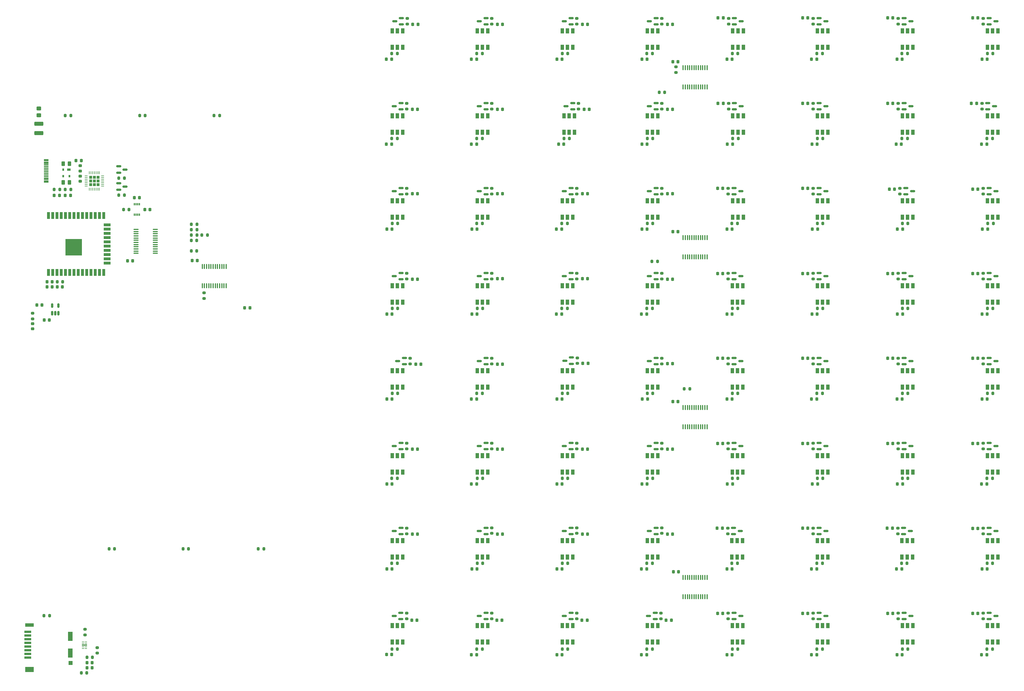
<source format=gbr>
%TF.GenerationSoftware,KiCad,Pcbnew,(6.0.4-0)*%
%TF.CreationDate,2022-10-22T12:34:03-04:00*%
%TF.ProjectId,chess-board-iot,63686573-732d-4626-9f61-72642d696f74,A*%
%TF.SameCoordinates,Original*%
%TF.FileFunction,Paste,Top*%
%TF.FilePolarity,Positive*%
%FSLAX46Y46*%
G04 Gerber Fmt 4.6, Leading zero omitted, Abs format (unit mm)*
G04 Created by KiCad (PCBNEW (6.0.4-0)) date 2022-10-22 12:34:03*
%MOMM*%
%LPD*%
G01*
G04 APERTURE LIST*
G04 Aperture macros list*
%AMRoundRect*
0 Rectangle with rounded corners*
0 $1 Rounding radius*
0 $2 $3 $4 $5 $6 $7 $8 $9 X,Y pos of 4 corners*
0 Add a 4 corners polygon primitive as box body*
4,1,4,$2,$3,$4,$5,$6,$7,$8,$9,$2,$3,0*
0 Add four circle primitives for the rounded corners*
1,1,$1+$1,$2,$3*
1,1,$1+$1,$4,$5*
1,1,$1+$1,$6,$7*
1,1,$1+$1,$8,$9*
0 Add four rect primitives between the rounded corners*
20,1,$1+$1,$2,$3,$4,$5,0*
20,1,$1+$1,$4,$5,$6,$7,0*
20,1,$1+$1,$6,$7,$8,$9,0*
20,1,$1+$1,$8,$9,$2,$3,0*%
G04 Aperture macros list end*
%ADD10R,2.000000X0.700000*%
%ADD11R,1.400000X2.700000*%
%ADD12R,2.600000X1.500000*%
%ADD13R,2.600000X1.000000*%
%ADD14R,1.200000X1.200000*%
%ADD15RoundRect,0.200000X-0.200000X-0.275000X0.200000X-0.275000X0.200000X0.275000X-0.200000X0.275000X0*%
%ADD16RoundRect,0.200000X0.200000X0.275000X-0.200000X0.275000X-0.200000X-0.275000X0.200000X-0.275000X0*%
%ADD17RoundRect,0.225000X-0.225000X-0.250000X0.225000X-0.250000X0.225000X0.250000X-0.225000X0.250000X0*%
%ADD18RoundRect,0.200000X0.275000X-0.200000X0.275000X0.200000X-0.275000X0.200000X-0.275000X-0.200000X0*%
%ADD19RoundRect,0.225000X0.225000X0.250000X-0.225000X0.250000X-0.225000X-0.250000X0.225000X-0.250000X0*%
%ADD20R,1.000000X1.500000*%
%ADD21RoundRect,0.150000X-0.587500X-0.150000X0.587500X-0.150000X0.587500X0.150000X-0.587500X0.150000X0*%
%ADD22RoundRect,0.150000X0.587500X0.150000X-0.587500X0.150000X-0.587500X-0.150000X0.587500X-0.150000X0*%
%ADD23RoundRect,0.200000X-0.275000X0.200000X-0.275000X-0.200000X0.275000X-0.200000X0.275000X0.200000X0*%
%ADD24R,1.000000X0.700000*%
%ADD25R,0.600000X0.700000*%
%ADD26RoundRect,0.100000X0.100000X-0.637500X0.100000X0.637500X-0.100000X0.637500X-0.100000X-0.637500X0*%
%ADD27R,0.300000X0.800000*%
%ADD28R,0.900000X2.000000*%
%ADD29R,2.000000X0.900000*%
%ADD30R,5.000000X5.000000*%
%ADD31RoundRect,0.050000X-0.287500X0.050000X-0.287500X-0.050000X0.287500X-0.050000X0.287500X0.050000X0*%
%ADD32RoundRect,0.100000X-0.675000X0.100000X-0.675000X-0.100000X0.675000X-0.100000X0.675000X0.100000X0*%
%ADD33RoundRect,0.100000X0.637500X0.100000X-0.637500X0.100000X-0.637500X-0.100000X0.637500X-0.100000X0*%
%ADD34RoundRect,0.250000X0.262500X0.450000X-0.262500X0.450000X-0.262500X-0.450000X0.262500X-0.450000X0*%
%ADD35RoundRect,0.225000X-0.225000X0.225000X-0.225000X-0.225000X0.225000X-0.225000X0.225000X0.225000X0*%
%ADD36RoundRect,0.062500X-0.062500X0.337500X-0.062500X-0.337500X0.062500X-0.337500X0.062500X0.337500X0*%
%ADD37RoundRect,0.062500X-0.337500X0.062500X-0.337500X-0.062500X0.337500X-0.062500X0.337500X0.062500X0*%
%ADD38RoundRect,0.250000X0.450000X-0.325000X0.450000X0.325000X-0.450000X0.325000X-0.450000X-0.325000X0*%
%ADD39RoundRect,0.225000X0.250000X-0.225000X0.250000X0.225000X-0.250000X0.225000X-0.250000X-0.225000X0*%
%ADD40RoundRect,0.150000X0.150000X-0.512500X0.150000X0.512500X-0.150000X0.512500X-0.150000X-0.512500X0*%
%ADD41RoundRect,0.218750X0.256250X-0.218750X0.256250X0.218750X-0.256250X0.218750X-0.256250X-0.218750X0*%
%ADD42R,1.400000X0.300000*%
%ADD43RoundRect,0.218750X0.218750X0.256250X-0.218750X0.256250X-0.218750X-0.256250X0.218750X-0.256250X0*%
%ADD44RoundRect,0.218750X-0.218750X-0.256250X0.218750X-0.256250X0.218750X0.256250X-0.218750X0.256250X0*%
%ADD45RoundRect,0.225000X-0.250000X0.225000X-0.250000X-0.225000X0.250000X-0.225000X0.250000X0.225000X0*%
%ADD46RoundRect,0.250000X1.075000X-0.375000X1.075000X0.375000X-1.075000X0.375000X-1.075000X-0.375000X0*%
G04 APERTURE END LIST*
D10*
%TO.C,J103*%
X52500000Y-230650000D03*
X52500000Y-229550000D03*
X52500000Y-228450000D03*
X52500000Y-227350000D03*
X52500000Y-226250000D03*
X52500000Y-225150000D03*
X52500000Y-224050000D03*
X52500000Y-222950000D03*
D11*
X65200000Y-229250000D03*
D12*
X53000000Y-234200000D03*
D13*
X53000000Y-220850000D03*
D11*
X65200000Y-224300000D03*
D14*
X65300000Y-232250000D03*
%TD*%
D15*
%TO.C,R120*%
X70165200Y-235214400D03*
X68515200Y-235214400D03*
%TD*%
D16*
%TO.C,R119*%
X57373200Y-218060000D03*
X59023200Y-218060000D03*
%TD*%
D17*
%TO.C,C112*%
X71766200Y-233665000D03*
X70216200Y-233665000D03*
%TD*%
%TO.C,C110*%
X71766200Y-232141000D03*
X70216200Y-232141000D03*
%TD*%
D18*
%TO.C,R441*%
X165748580Y-92011000D03*
X165748580Y-90361000D03*
%TD*%
D19*
%TO.C,C237*%
X262916580Y-127889000D03*
X261366580Y-127889000D03*
%TD*%
D16*
%TO.C,R258*%
X162890580Y-50038000D03*
X161240580Y-50038000D03*
%TD*%
D17*
%TO.C,C411*%
X218186580Y-193675000D03*
X219736580Y-193675000D03*
%TD*%
%TO.C,C102*%
X57391000Y-129667000D03*
X58941000Y-129667000D03*
%TD*%
%TO.C,C403*%
X218059580Y-219456000D03*
X219609580Y-219456000D03*
%TD*%
D20*
%TO.C,D231*%
X313754580Y-149770000D03*
X315354580Y-149770000D03*
X316954580Y-149770000D03*
X316954580Y-144870000D03*
X315354580Y-144870000D03*
X313754580Y-144870000D03*
%TD*%
%TO.C,D222*%
X288354580Y-175170000D03*
X289954580Y-175170000D03*
X291554580Y-175170000D03*
X291554580Y-170270000D03*
X289954580Y-170270000D03*
X288354580Y-170270000D03*
%TD*%
D16*
%TO.C,R210*%
X188417580Y-202438000D03*
X186767580Y-202438000D03*
%TD*%
D17*
%TO.C,C441*%
X167386580Y-91948000D03*
X168936580Y-91948000D03*
%TD*%
D19*
%TO.C,C264*%
X339116580Y-51689000D03*
X337566580Y-51689000D03*
%TD*%
D16*
%TO.C,R112*%
X103025000Y-102700000D03*
X101375000Y-102700000D03*
%TD*%
D20*
%TO.C,D221*%
X262954580Y-175170000D03*
X264554580Y-175170000D03*
X266154580Y-175170000D03*
X266154580Y-170270000D03*
X264554580Y-170270000D03*
X262954580Y-170270000D03*
%TD*%
D21*
%TO.C,U442*%
X189417080Y-90236000D03*
X189417080Y-92136000D03*
D22*
X187417080Y-91186000D03*
%TD*%
%TO.C,U464*%
X339692080Y-41336000D03*
X339692080Y-39436000D03*
D21*
X341692080Y-40386000D03*
%TD*%
D20*
%TO.C,D236*%
X237554580Y-124370000D03*
X239154580Y-124370000D03*
X240754580Y-124370000D03*
X240754580Y-119470000D03*
X239154580Y-119470000D03*
X237554580Y-119470000D03*
%TD*%
D19*
%TO.C,C202*%
X186589580Y-229743000D03*
X185039580Y-229743000D03*
%TD*%
D21*
%TO.C,U457*%
X164144080Y-39436000D03*
X164144080Y-41336000D03*
D22*
X162144080Y-40386000D03*
%TD*%
D19*
%TO.C,C217*%
X161316580Y-178689000D03*
X159766580Y-178689000D03*
%TD*%
D16*
%TO.C,R240*%
X315417580Y-126238000D03*
X313767580Y-126238000D03*
%TD*%
D23*
%TO.C,R463*%
X312560580Y-39561000D03*
X312560580Y-41211000D03*
%TD*%
D24*
%TO.C,U103*%
X64800000Y-84700000D03*
D25*
X63100000Y-84700000D03*
X63100000Y-86700000D03*
X65000000Y-86700000D03*
%TD*%
D23*
%TO.C,R456*%
X337579580Y-64961000D03*
X337579580Y-66611000D03*
%TD*%
D20*
%TO.C,D264*%
X339154580Y-48170000D03*
X340754580Y-48170000D03*
X342354580Y-48170000D03*
X342354580Y-43270000D03*
X340754580Y-43270000D03*
X339154580Y-43270000D03*
%TD*%
D26*
%TO.C,U303*%
X248279580Y-110812500D03*
X248929580Y-110812500D03*
X249579580Y-110812500D03*
X250229580Y-110812500D03*
X250879580Y-110812500D03*
X251529580Y-110812500D03*
X252179580Y-110812500D03*
X252829580Y-110812500D03*
X253479580Y-110812500D03*
X254129580Y-110812500D03*
X254779580Y-110812500D03*
X255429580Y-110812500D03*
X255429580Y-105087500D03*
X254779580Y-105087500D03*
X254129580Y-105087500D03*
X253479580Y-105087500D03*
X252829580Y-105087500D03*
X252179580Y-105087500D03*
X251529580Y-105087500D03*
X250879580Y-105087500D03*
X250229580Y-105087500D03*
X249579580Y-105087500D03*
X248929580Y-105087500D03*
X248279580Y-105087500D03*
%TD*%
D21*
%TO.C,U404*%
X239963080Y-217236000D03*
X239963080Y-219136000D03*
D22*
X237963080Y-218186000D03*
%TD*%
D20*
%TO.C,D209*%
X161354580Y-200570000D03*
X162954580Y-200570000D03*
X164554580Y-200570000D03*
X164554580Y-195670000D03*
X162954580Y-195670000D03*
X161354580Y-195670000D03*
%TD*%
D19*
%TO.C,C260*%
X237516580Y-51689000D03*
X235966580Y-51689000D03*
%TD*%
%TO.C,C445*%
X260122580Y-90297000D03*
X258572580Y-90297000D03*
%TD*%
D22*
%TO.C,U406*%
X288892080Y-219136000D03*
X288892080Y-217236000D03*
D21*
X290892080Y-218186000D03*
%TD*%
D20*
%TO.C,D243*%
X212154580Y-98970000D03*
X213754580Y-98970000D03*
X215354580Y-98970000D03*
X215354580Y-94070000D03*
X213754580Y-94070000D03*
X212154580Y-94070000D03*
%TD*%
D17*
%TO.C,C449*%
X167386580Y-66675000D03*
X168936580Y-66675000D03*
%TD*%
D19*
%TO.C,C259*%
X212116580Y-51689000D03*
X210566580Y-51689000D03*
%TD*%
D21*
%TO.C,U409*%
X164017080Y-191836000D03*
X164017080Y-193736000D03*
D22*
X162017080Y-192786000D03*
%TD*%
D16*
%TO.C,R204*%
X239090580Y-228092000D03*
X237440580Y-228092000D03*
%TD*%
D19*
%TO.C,C431*%
X310922580Y-141097000D03*
X309372580Y-141097000D03*
%TD*%
%TO.C,C233*%
X161316580Y-127889000D03*
X159766580Y-127889000D03*
%TD*%
D16*
%TO.C,R211*%
X213817580Y-202438000D03*
X212167580Y-202438000D03*
%TD*%
%TO.C,R251*%
X188290580Y-75438000D03*
X186640580Y-75438000D03*
%TD*%
%TO.C,R263*%
X289890580Y-50038000D03*
X288240580Y-50038000D03*
%TD*%
D19*
%TO.C,C461*%
X260249580Y-39370000D03*
X258699580Y-39370000D03*
%TD*%
D16*
%TO.C,R249*%
X340944580Y-100838000D03*
X339294580Y-100838000D03*
%TD*%
D19*
%TO.C,C406*%
X285522580Y-217424000D03*
X283972580Y-217424000D03*
%TD*%
D17*
%TO.C,C442*%
X192786580Y-91948000D03*
X194336580Y-91948000D03*
%TD*%
D19*
%TO.C,C255*%
X313462580Y-77089000D03*
X311912580Y-77089000D03*
%TD*%
D16*
%TO.C,R255*%
X290017580Y-75438000D03*
X288367580Y-75438000D03*
%TD*%
D27*
%TO.C,U201*%
X85840000Y-95097000D03*
X85340000Y-95097000D03*
X84840000Y-95097000D03*
X84340000Y-95097000D03*
X84340000Y-98197000D03*
X84840000Y-98197000D03*
X85340000Y-98197000D03*
X85840000Y-98197000D03*
%TD*%
D22*
%TO.C,U407*%
X314292080Y-219136000D03*
X314292080Y-217236000D03*
D21*
X316292080Y-218186000D03*
%TD*%
D23*
%TO.C,R413*%
X261633580Y-191961000D03*
X261633580Y-193611000D03*
%TD*%
D20*
%TO.C,D248*%
X339154580Y-98970000D03*
X340754580Y-98970000D03*
X342354580Y-98970000D03*
X342354580Y-94070000D03*
X340754580Y-94070000D03*
X339154580Y-94070000D03*
%TD*%
D19*
%TO.C,C243*%
X211989580Y-102489000D03*
X210439580Y-102489000D03*
%TD*%
D23*
%TO.C,R117*%
X73288200Y-229265000D03*
X73288200Y-227615000D03*
%TD*%
D20*
%TO.C,D251*%
X212662580Y-73570000D03*
X214262580Y-73570000D03*
X215862580Y-73570000D03*
X215862580Y-68670000D03*
X214262580Y-68670000D03*
X212662580Y-68670000D03*
%TD*%
D22*
%TO.C,U424*%
X339692080Y-168336000D03*
X339692080Y-166436000D03*
D21*
X341692080Y-167386000D03*
%TD*%
D20*
%TO.C,D260*%
X237554580Y-48170000D03*
X239154580Y-48170000D03*
X240754580Y-48170000D03*
X240754580Y-43270000D03*
X239154580Y-43270000D03*
X237554580Y-43270000D03*
%TD*%
D19*
%TO.C,C242*%
X186716580Y-102489000D03*
X185166580Y-102489000D03*
%TD*%
D17*
%TO.C,C450*%
X192786580Y-66675000D03*
X194336580Y-66675000D03*
%TD*%
D23*
%TO.C,R439*%
X312560580Y-115761000D03*
X312560580Y-117411000D03*
%TD*%
D18*
%TO.C,R433*%
X165748580Y-117411000D03*
X165748580Y-115761000D03*
%TD*%
D15*
%TO.C,R305*%
X76772000Y-198120000D03*
X78422000Y-198120000D03*
%TD*%
D16*
%TO.C,R219*%
X188417580Y-177038000D03*
X186767580Y-177038000D03*
%TD*%
D28*
%TO.C,U102*%
X58717000Y-115450000D03*
X59987000Y-115450000D03*
X61257000Y-115450000D03*
X62527000Y-115450000D03*
X63797000Y-115450000D03*
X65067000Y-115450000D03*
X66337000Y-115450000D03*
X67607000Y-115450000D03*
X68877000Y-115450000D03*
X70147000Y-115450000D03*
X71417000Y-115450000D03*
X72687000Y-115450000D03*
X73957000Y-115450000D03*
X75227000Y-115450000D03*
D29*
X76227000Y-112665000D03*
X76227000Y-111395000D03*
X76227000Y-110125000D03*
X76227000Y-108855000D03*
X76227000Y-107585000D03*
X76227000Y-106315000D03*
X76227000Y-105045000D03*
X76227000Y-103775000D03*
X76227000Y-102505000D03*
X76227000Y-101235000D03*
D28*
X75227000Y-98450000D03*
X73957000Y-98450000D03*
X72687000Y-98450000D03*
X71417000Y-98450000D03*
X70147000Y-98450000D03*
X68877000Y-98450000D03*
X67607000Y-98450000D03*
X66337000Y-98450000D03*
X65067000Y-98450000D03*
X63797000Y-98450000D03*
X62527000Y-98450000D03*
X61257000Y-98450000D03*
X59987000Y-98450000D03*
X58717000Y-98450000D03*
D30*
X66217000Y-107950000D03*
%TD*%
D20*
%TO.C,D213*%
X262827580Y-200570000D03*
X264427580Y-200570000D03*
X266027580Y-200570000D03*
X266027580Y-195670000D03*
X264427580Y-195670000D03*
X262827580Y-195670000D03*
%TD*%
D19*
%TO.C,C265*%
X85865000Y-93091000D03*
X84315000Y-93091000D03*
%TD*%
D22*
%TO.C,U445*%
X263492080Y-92136000D03*
X263492080Y-90236000D03*
D21*
X265492080Y-91186000D03*
%TD*%
%TO.C,U435*%
X214817080Y-115636000D03*
X214817080Y-117536000D03*
D22*
X212817080Y-116586000D03*
%TD*%
D23*
%TO.C,R416*%
X337960580Y-191961000D03*
X337960580Y-193611000D03*
%TD*%
D31*
%TO.C,D101*%
X69904700Y-225934000D03*
X69029700Y-225934000D03*
X69029700Y-226434000D03*
X69904700Y-226434000D03*
D32*
X69467200Y-226934000D03*
D31*
X69029700Y-227434000D03*
X69904700Y-227434000D03*
X69029700Y-227934000D03*
X69904700Y-227934000D03*
%TD*%
D19*
%TO.C,C462*%
X285522580Y-39370000D03*
X283972580Y-39370000D03*
%TD*%
D18*
%TO.C,R425*%
X166764580Y-142811000D03*
X166764580Y-141161000D03*
%TD*%
D22*
%TO.C,U437*%
X263492080Y-117536000D03*
X263492080Y-115636000D03*
D21*
X265492080Y-116586000D03*
%TD*%
%TO.C,U450*%
X189417080Y-64836000D03*
X189417080Y-66736000D03*
D22*
X187417080Y-65786000D03*
%TD*%
D19*
%TO.C,C215*%
X313589580Y-204089000D03*
X312039580Y-204089000D03*
%TD*%
D18*
%TO.C,R449*%
X165748580Y-66611000D03*
X165748580Y-64961000D03*
%TD*%
D19*
%TO.C,C245*%
X262916580Y-102489000D03*
X261366580Y-102489000D03*
%TD*%
%TO.C,C261*%
X262916580Y-51689000D03*
X261366580Y-51689000D03*
%TD*%
D18*
%TO.C,R450*%
X191148580Y-66611000D03*
X191148580Y-64961000D03*
%TD*%
D20*
%TO.C,D204*%
X237554580Y-225970000D03*
X239154580Y-225970000D03*
X240754580Y-225970000D03*
X240754580Y-221070000D03*
X239154580Y-221070000D03*
X237554580Y-221070000D03*
%TD*%
D16*
%TO.C,R208*%
X340690580Y-228092000D03*
X339040580Y-228092000D03*
%TD*%
D19*
%TO.C,C213*%
X262916580Y-204089000D03*
X261366580Y-204089000D03*
%TD*%
D21*
%TO.C,U417*%
X164017080Y-166436000D03*
X164017080Y-168336000D03*
D22*
X162017080Y-167386000D03*
%TD*%
D16*
%TO.C,R201*%
X162941380Y-228066600D03*
X161291380Y-228066600D03*
%TD*%
D15*
%TO.C,R303*%
X241123580Y-61595000D03*
X242773580Y-61595000D03*
%TD*%
D16*
%TO.C,R206*%
X289890580Y-228092000D03*
X288240580Y-228092000D03*
%TD*%
D21*
%TO.C,U459*%
X214817080Y-39436000D03*
X214817080Y-41336000D03*
D22*
X212817080Y-40386000D03*
%TD*%
D16*
%TO.C,R236*%
X213690580Y-126238000D03*
X212040580Y-126238000D03*
%TD*%
D23*
%TO.C,R453*%
X261887580Y-64961000D03*
X261887580Y-66611000D03*
%TD*%
D16*
%TO.C,R108*%
X102975000Y-105900000D03*
X101325000Y-105900000D03*
%TD*%
%TO.C,R265*%
X340817580Y-50038000D03*
X339167580Y-50038000D03*
%TD*%
%TO.C,R254*%
X264744580Y-75438000D03*
X263094580Y-75438000D03*
%TD*%
D17*
%TO.C,C459*%
X218186580Y-41275000D03*
X219736580Y-41275000D03*
%TD*%
D22*
%TO.C,U447*%
X314800080Y-92136000D03*
X314800080Y-90236000D03*
D21*
X316800080Y-91186000D03*
%TD*%
D20*
%TO.C,D245*%
X263081580Y-98970000D03*
X264681580Y-98970000D03*
X266281580Y-98970000D03*
X266281580Y-94070000D03*
X264681580Y-94070000D03*
X263081580Y-94070000D03*
%TD*%
%TO.C,D261*%
X263081580Y-48170000D03*
X264681580Y-48170000D03*
X266281580Y-48170000D03*
X266281580Y-43270000D03*
X264681580Y-43270000D03*
X263081580Y-43270000D03*
%TD*%
%TO.C,D253*%
X263081580Y-73570000D03*
X264681580Y-73570000D03*
X266281580Y-73570000D03*
X266281580Y-68670000D03*
X264681580Y-68670000D03*
X263081580Y-68670000D03*
%TD*%
D22*
%TO.C,U461*%
X263619080Y-41336000D03*
X263619080Y-39436000D03*
D21*
X265619080Y-40386000D03*
%TD*%
D20*
%TO.C,D239*%
X313754580Y-124370000D03*
X315354580Y-124370000D03*
X316954580Y-124370000D03*
X316954580Y-119470000D03*
X315354580Y-119470000D03*
X313754580Y-119470000D03*
%TD*%
D23*
%TO.C,R424*%
X337960580Y-166561000D03*
X337960580Y-168211000D03*
%TD*%
D18*
%TO.C,R315*%
X105156000Y-123253000D03*
X105156000Y-121603000D03*
%TD*%
D20*
%TO.C,D230*%
X288354580Y-149770000D03*
X289954580Y-149770000D03*
X291554580Y-149770000D03*
X291554580Y-144870000D03*
X289954580Y-144870000D03*
X288354580Y-144870000D03*
%TD*%
D16*
%TO.C,R264*%
X315290580Y-50038000D03*
X313640580Y-50038000D03*
%TD*%
D33*
%TO.C,U104*%
X90619500Y-109747000D03*
X90619500Y-109097000D03*
X90619500Y-108447000D03*
X90619500Y-107797000D03*
X90619500Y-107147000D03*
X90619500Y-106497000D03*
X90619500Y-105847000D03*
X90619500Y-105197000D03*
X90619500Y-104547000D03*
X90619500Y-103897000D03*
X90619500Y-103247000D03*
X90619500Y-102597000D03*
X84894500Y-102597000D03*
X84894500Y-103247000D03*
X84894500Y-103897000D03*
X84894500Y-104547000D03*
X84894500Y-105197000D03*
X84894500Y-105847000D03*
X84894500Y-106497000D03*
X84894500Y-107147000D03*
X84894500Y-107797000D03*
X84894500Y-108447000D03*
X84894500Y-109097000D03*
X84894500Y-109747000D03*
%TD*%
D19*
%TO.C,C201*%
X161240380Y-229717600D03*
X159690380Y-229717600D03*
%TD*%
%TO.C,C207*%
X313716580Y-229743000D03*
X312166580Y-229743000D03*
%TD*%
%TO.C,C262*%
X288189580Y-51689000D03*
X286639580Y-51689000D03*
%TD*%
%TO.C,C439*%
X310922580Y-115824000D03*
X309372580Y-115824000D03*
%TD*%
D16*
%TO.C,R101*%
X62928000Y-118237000D03*
X61278000Y-118237000D03*
%TD*%
D17*
%TO.C,C444*%
X243586580Y-91948000D03*
X245136580Y-91948000D03*
%TD*%
D19*
%TO.C,C234*%
X186716580Y-127889000D03*
X185166580Y-127889000D03*
%TD*%
%TO.C,C246*%
X288443580Y-102489000D03*
X286893580Y-102489000D03*
%TD*%
D18*
%TO.C,R457*%
X165875580Y-41211000D03*
X165875580Y-39561000D03*
%TD*%
D19*
%TO.C,C219*%
X212116580Y-178689000D03*
X210566580Y-178689000D03*
%TD*%
D16*
%TO.C,R242*%
X163017580Y-100838000D03*
X161367580Y-100838000D03*
%TD*%
%TO.C,R314*%
X65341000Y-68580000D03*
X63691000Y-68580000D03*
%TD*%
D34*
%TO.C,R102*%
X64920500Y-82981800D03*
X63095500Y-82981800D03*
%TD*%
D16*
%TO.C,R205*%
X264617580Y-228092000D03*
X262967580Y-228092000D03*
%TD*%
D21*
%TO.C,U444*%
X240217080Y-90236000D03*
X240217080Y-92136000D03*
D22*
X238217080Y-91186000D03*
%TD*%
D35*
%TO.C,U105*%
X71270000Y-87018000D03*
X72390000Y-89258000D03*
X71270000Y-88138000D03*
X72390000Y-88138000D03*
X71270000Y-89258000D03*
X73510000Y-89258000D03*
X72390000Y-87018000D03*
X73510000Y-87018000D03*
X73510000Y-88138000D03*
D36*
X73890000Y-85688000D03*
X73390000Y-85688000D03*
X72890000Y-85688000D03*
X72390000Y-85688000D03*
X71890000Y-85688000D03*
X71390000Y-85688000D03*
X70890000Y-85688000D03*
D37*
X69940000Y-86638000D03*
X69940000Y-87138000D03*
X69940000Y-87638000D03*
X69940000Y-88138000D03*
X69940000Y-88638000D03*
X69940000Y-89138000D03*
X69940000Y-89638000D03*
D36*
X70890000Y-90588000D03*
X71390000Y-90588000D03*
X71890000Y-90588000D03*
X72390000Y-90588000D03*
X72890000Y-90588000D03*
X73390000Y-90588000D03*
X73890000Y-90588000D03*
D37*
X74840000Y-89638000D03*
X74840000Y-89138000D03*
X74840000Y-88638000D03*
X74840000Y-88138000D03*
X74840000Y-87638000D03*
X74840000Y-87138000D03*
X74840000Y-86638000D03*
%TD*%
D22*
%TO.C,U422*%
X288892080Y-168336000D03*
X288892080Y-166436000D03*
D21*
X290892080Y-167386000D03*
%TD*%
D19*
%TO.C,C236*%
X237389580Y-127889000D03*
X235839580Y-127889000D03*
%TD*%
%TO.C,C222*%
X288443580Y-178689000D03*
X286893580Y-178689000D03*
%TD*%
%TO.C,C227*%
X212116580Y-153289000D03*
X210566580Y-153289000D03*
%TD*%
D21*
%TO.C,U418*%
X189417080Y-166436000D03*
X189417080Y-168336000D03*
D22*
X187417080Y-167386000D03*
%TD*%
D19*
%TO.C,C446*%
X285522580Y-90297000D03*
X283972580Y-90297000D03*
%TD*%
D18*
%TO.C,R436*%
X241948580Y-117411000D03*
X241948580Y-115761000D03*
%TD*%
D38*
%TO.C,L101*%
X55825400Y-68497400D03*
X55825400Y-66447400D03*
%TD*%
D18*
%TO.C,R426*%
X191148580Y-142811000D03*
X191148580Y-141161000D03*
%TD*%
D17*
%TO.C,C410*%
X192786580Y-193675000D03*
X194336580Y-193675000D03*
%TD*%
D20*
%TO.C,D211*%
X212154580Y-200570000D03*
X213754580Y-200570000D03*
X215354580Y-200570000D03*
X215354580Y-195670000D03*
X213754580Y-195670000D03*
X212154580Y-195670000D03*
%TD*%
D16*
%TO.C,R243*%
X188290580Y-100838000D03*
X186640580Y-100838000D03*
%TD*%
%TO.C,R223*%
X290017580Y-177038000D03*
X288367580Y-177038000D03*
%TD*%
D15*
%TO.C,R302*%
X238964580Y-112141000D03*
X240614580Y-112141000D03*
%TD*%
D22*
%TO.C,U423*%
X314292080Y-168336000D03*
X314292080Y-166436000D03*
D21*
X316292080Y-167386000D03*
%TD*%
D16*
%TO.C,R202*%
X188290580Y-228092000D03*
X186640580Y-228092000D03*
%TD*%
%TO.C,R241*%
X340817580Y-126238000D03*
X339167580Y-126238000D03*
%TD*%
D22*
%TO.C,U454*%
X288892080Y-66736000D03*
X288892080Y-64836000D03*
D21*
X290892080Y-65786000D03*
%TD*%
D20*
%TO.C,D208*%
X339154580Y-225970000D03*
X340754580Y-225970000D03*
X342354580Y-225970000D03*
X342354580Y-221070000D03*
X340754580Y-221070000D03*
X339154580Y-221070000D03*
%TD*%
D19*
%TO.C,C301*%
X246901000Y-204978000D03*
X245351000Y-204978000D03*
%TD*%
D18*
%TO.C,R435*%
X216548580Y-117411000D03*
X216548580Y-115761000D03*
%TD*%
D20*
%TO.C,D262*%
X288354580Y-48170000D03*
X289954580Y-48170000D03*
X291554580Y-48170000D03*
X291554580Y-43270000D03*
X289954580Y-43270000D03*
X288354580Y-43270000D03*
%TD*%
D26*
%TO.C,U301*%
X248279580Y-212412500D03*
X248929580Y-212412500D03*
X249579580Y-212412500D03*
X250229580Y-212412500D03*
X250879580Y-212412500D03*
X251529580Y-212412500D03*
X252179580Y-212412500D03*
X252829580Y-212412500D03*
X253479580Y-212412500D03*
X254129580Y-212412500D03*
X254779580Y-212412500D03*
X255429580Y-212412500D03*
X255429580Y-206687500D03*
X254779580Y-206687500D03*
X254129580Y-206687500D03*
X253479580Y-206687500D03*
X252829580Y-206687500D03*
X252179580Y-206687500D03*
X251529580Y-206687500D03*
X250879580Y-206687500D03*
X250229580Y-206687500D03*
X249579580Y-206687500D03*
X248929580Y-206687500D03*
X248279580Y-206687500D03*
%TD*%
D20*
%TO.C,D218*%
X186754580Y-175170000D03*
X188354580Y-175170000D03*
X189954580Y-175170000D03*
X189954580Y-170270000D03*
X188354580Y-170270000D03*
X186754580Y-170270000D03*
%TD*%
D39*
%TO.C,C104*%
X68200000Y-85125000D03*
X68200000Y-83575000D03*
%TD*%
D17*
%TO.C,C401*%
X167196580Y-219456000D03*
X168746580Y-219456000D03*
%TD*%
D20*
%TO.C,D225*%
X161354580Y-149770000D03*
X162954580Y-149770000D03*
X164554580Y-149770000D03*
X164554580Y-144870000D03*
X162954580Y-144870000D03*
X161354580Y-144870000D03*
%TD*%
D19*
%TO.C,C413*%
X259995580Y-191897000D03*
X258445580Y-191897000D03*
%TD*%
D20*
%TO.C,D233*%
X161354580Y-124370000D03*
X162954580Y-124370000D03*
X164554580Y-124370000D03*
X164554580Y-119470000D03*
X162954580Y-119470000D03*
X161354580Y-119470000D03*
%TD*%
D19*
%TO.C,C216*%
X339116580Y-204089000D03*
X337566580Y-204089000D03*
%TD*%
D16*
%TO.C,R217*%
X340754580Y-202438000D03*
X339104580Y-202438000D03*
%TD*%
D20*
%TO.C,D238*%
X288354580Y-124370000D03*
X289954580Y-124370000D03*
X291554580Y-124370000D03*
X291554580Y-119470000D03*
X289954580Y-119470000D03*
X288354580Y-119470000D03*
%TD*%
D21*
%TO.C,U412*%
X240217080Y-191836000D03*
X240217080Y-193736000D03*
D22*
X238217080Y-192786000D03*
%TD*%
%TO.C,U408*%
X339692080Y-219136000D03*
X339692080Y-217236000D03*
D21*
X341692080Y-218186000D03*
%TD*%
D16*
%TO.C,R313*%
X87566000Y-68580000D03*
X85916000Y-68580000D03*
%TD*%
D26*
%TO.C,U302*%
X248279580Y-161612500D03*
X248929580Y-161612500D03*
X249579580Y-161612500D03*
X250229580Y-161612500D03*
X250879580Y-161612500D03*
X251529580Y-161612500D03*
X252179580Y-161612500D03*
X252829580Y-161612500D03*
X253479580Y-161612500D03*
X254129580Y-161612500D03*
X254779580Y-161612500D03*
X255429580Y-161612500D03*
X255429580Y-155887500D03*
X254779580Y-155887500D03*
X254129580Y-155887500D03*
X253479580Y-155887500D03*
X252829580Y-155887500D03*
X252179580Y-155887500D03*
X251529580Y-155887500D03*
X250879580Y-155887500D03*
X250229580Y-155887500D03*
X249579580Y-155887500D03*
X248929580Y-155887500D03*
X248279580Y-155887500D03*
%TD*%
D21*
%TO.C,U403*%
X214817080Y-217236000D03*
X214817080Y-219136000D03*
D22*
X212817080Y-218186000D03*
%TD*%
D17*
%TO.C,C460*%
X243586580Y-41275000D03*
X245136580Y-41275000D03*
%TD*%
D16*
%TO.C,R246*%
X264490580Y-100838000D03*
X262840580Y-100838000D03*
%TD*%
%TO.C,R247*%
X290017580Y-100838000D03*
X288367580Y-100838000D03*
%TD*%
D22*
%TO.C,U440*%
X339692080Y-117536000D03*
X339692080Y-115636000D03*
D21*
X341692080Y-116586000D03*
%TD*%
D19*
%TO.C,C414*%
X285522580Y-191897000D03*
X283972580Y-191897000D03*
%TD*%
%TO.C,C240*%
X339116580Y-127889000D03*
X337566580Y-127889000D03*
%TD*%
%TO.C,C103*%
X56782000Y-125222000D03*
X55232000Y-125222000D03*
%TD*%
%TO.C,C241*%
X161316580Y-102489000D03*
X159766580Y-102489000D03*
%TD*%
%TO.C,C210*%
X186716580Y-204089000D03*
X185166580Y-204089000D03*
%TD*%
D16*
%TO.C,R256*%
X315290580Y-75438000D03*
X313640580Y-75438000D03*
%TD*%
%TO.C,R214*%
X264490580Y-202438000D03*
X262840580Y-202438000D03*
%TD*%
D23*
%TO.C,R304*%
X246139580Y-54039000D03*
X246139580Y-55689000D03*
%TD*%
D17*
%TO.C,C418*%
X192773580Y-168275000D03*
X194323580Y-168275000D03*
%TD*%
D19*
%TO.C,C247*%
X313843580Y-102489000D03*
X312293580Y-102489000D03*
%TD*%
D18*
%TO.C,R401*%
X165685580Y-219011000D03*
X165685580Y-217361000D03*
%TD*%
D22*
%TO.C,U462*%
X288892080Y-41336000D03*
X288892080Y-39436000D03*
D21*
X290892080Y-40386000D03*
%TD*%
D19*
%TO.C,C454*%
X285522580Y-64897000D03*
X283972580Y-64897000D03*
%TD*%
D16*
%TO.C,R220*%
X213817580Y-177038000D03*
X212167580Y-177038000D03*
%TD*%
D19*
%TO.C,C422*%
X285522580Y-166624000D03*
X283972580Y-166624000D03*
%TD*%
D20*
%TO.C,D246*%
X288354580Y-98970000D03*
X289954580Y-98970000D03*
X291554580Y-98970000D03*
X291554580Y-94070000D03*
X289954580Y-94070000D03*
X288354580Y-94070000D03*
%TD*%
D15*
%TO.C,R307*%
X98870000Y-198120000D03*
X100520000Y-198120000D03*
%TD*%
D18*
%TO.C,R404*%
X241694580Y-219011000D03*
X241694580Y-217361000D03*
%TD*%
D20*
%TO.C,D223*%
X313754580Y-175170000D03*
X315354580Y-175170000D03*
X316954580Y-175170000D03*
X316954580Y-170270000D03*
X315354580Y-170270000D03*
X313754580Y-170270000D03*
%TD*%
%TO.C,D241*%
X161354580Y-98970000D03*
X162954580Y-98970000D03*
X164554580Y-98970000D03*
X164554580Y-94070000D03*
X162954580Y-94070000D03*
X161354580Y-94070000D03*
%TD*%
D22*
%TO.C,U432*%
X339692080Y-142936000D03*
X339692080Y-141036000D03*
D21*
X341692080Y-141986000D03*
%TD*%
D40*
%TO.C,U101*%
X59756000Y-127629500D03*
X60706000Y-127629500D03*
X61656000Y-127629500D03*
X61656000Y-125354500D03*
X59756000Y-125354500D03*
%TD*%
D18*
%TO.C,R417*%
X165748580Y-168211000D03*
X165748580Y-166561000D03*
%TD*%
D23*
%TO.C,R406*%
X287160580Y-217361000D03*
X287160580Y-219011000D03*
%TD*%
D19*
%TO.C,C254*%
X288316580Y-77089000D03*
X286766580Y-77089000D03*
%TD*%
D20*
%TO.C,D250*%
X186754580Y-73570000D03*
X188354580Y-73570000D03*
X189954580Y-73570000D03*
X189954580Y-68670000D03*
X188354580Y-68670000D03*
X186754580Y-68670000D03*
%TD*%
D19*
%TO.C,C212*%
X237389580Y-204089000D03*
X235839580Y-204089000D03*
%TD*%
D18*
%TO.C,R444*%
X241948580Y-92011000D03*
X241948580Y-90361000D03*
%TD*%
D20*
%TO.C,D247*%
X313754580Y-98970000D03*
X315354580Y-98970000D03*
X316954580Y-98970000D03*
X316954580Y-94070000D03*
X315354580Y-94070000D03*
X313754580Y-94070000D03*
%TD*%
D16*
%TO.C,R250*%
X162890580Y-75438000D03*
X161240580Y-75438000D03*
%TD*%
D15*
%TO.C,R104*%
X104525000Y-104300000D03*
X106175000Y-104300000D03*
%TD*%
D16*
%TO.C,R233*%
X340817580Y-151638000D03*
X339167580Y-151638000D03*
%TD*%
D19*
%TO.C,C206*%
X288189580Y-229743000D03*
X286639580Y-229743000D03*
%TD*%
D22*
%TO.C,U431*%
X314292080Y-142936000D03*
X314292080Y-141036000D03*
D21*
X316292080Y-141986000D03*
%TD*%
D19*
%TO.C,C251*%
X212624580Y-77089000D03*
X211074580Y-77089000D03*
%TD*%
D22*
%TO.C,U456*%
X339311080Y-66736000D03*
X339311080Y-64836000D03*
D21*
X341311080Y-65786000D03*
%TD*%
D20*
%TO.C,D240*%
X339154580Y-124370000D03*
X340754580Y-124370000D03*
X342354580Y-124370000D03*
X342354580Y-119470000D03*
X340754580Y-119470000D03*
X339154580Y-119470000D03*
%TD*%
D19*
%TO.C,C429*%
X260122580Y-141097000D03*
X258572580Y-141097000D03*
%TD*%
D20*
%TO.C,D207*%
X313754580Y-225970000D03*
X315354580Y-225970000D03*
X316954580Y-225970000D03*
X316954580Y-221070000D03*
X315354580Y-221070000D03*
X313754580Y-221070000D03*
%TD*%
D21*
%TO.C,U426*%
X189417080Y-141036000D03*
X189417080Y-142936000D03*
D22*
X187417080Y-141986000D03*
%TD*%
D18*
%TO.C,R420*%
X241948580Y-168211000D03*
X241948580Y-166561000D03*
%TD*%
D16*
%TO.C,R234*%
X163017580Y-126238000D03*
X161367580Y-126238000D03*
%TD*%
D19*
%TO.C,C257*%
X161189580Y-51689000D03*
X159639580Y-51689000D03*
%TD*%
D23*
%TO.C,R454*%
X287160580Y-64961000D03*
X287160580Y-66611000D03*
%TD*%
D21*
%TO.C,Q101*%
X79707500Y-88839000D03*
X79707500Y-90739000D03*
X81582500Y-89789000D03*
%TD*%
D19*
%TO.C,C107*%
X59830000Y-119761000D03*
X58280000Y-119761000D03*
%TD*%
D17*
%TO.C,C409*%
X167386580Y-193675000D03*
X168936580Y-193675000D03*
%TD*%
D16*
%TO.C,R262*%
X264617580Y-50038000D03*
X262967580Y-50038000D03*
%TD*%
D20*
%TO.C,D252*%
X237554580Y-73570000D03*
X239154580Y-73570000D03*
X240754580Y-73570000D03*
X240754580Y-68670000D03*
X239154580Y-68670000D03*
X237554580Y-68670000D03*
%TD*%
D19*
%TO.C,C204*%
X237389580Y-229743000D03*
X235839580Y-229743000D03*
%TD*%
D16*
%TO.C,R212*%
X239090580Y-202438000D03*
X237440580Y-202438000D03*
%TD*%
D22*
%TO.C,U453*%
X263619080Y-66736000D03*
X263619080Y-64836000D03*
D21*
X265619080Y-65786000D03*
%TD*%
D16*
%TO.C,R261*%
X239090580Y-50038000D03*
X237440580Y-50038000D03*
%TD*%
%TO.C,R259*%
X188290580Y-50038000D03*
X186640580Y-50038000D03*
%TD*%
D23*
%TO.C,R432*%
X337960580Y-141161000D03*
X337960580Y-142811000D03*
%TD*%
D20*
%TO.C,D244*%
X237554580Y-98970000D03*
X239154580Y-98970000D03*
X240754580Y-98970000D03*
X240754580Y-94070000D03*
X239154580Y-94070000D03*
X237554580Y-94070000D03*
%TD*%
D19*
%TO.C,C303*%
X246774000Y-103251000D03*
X245224000Y-103251000D03*
%TD*%
%TO.C,C453*%
X260249580Y-64897000D03*
X258699580Y-64897000D03*
%TD*%
D20*
%TO.C,D217*%
X161354580Y-175170000D03*
X162954580Y-175170000D03*
X164554580Y-175170000D03*
X164554580Y-170270000D03*
X162954580Y-170270000D03*
X161354580Y-170270000D03*
%TD*%
%TO.C,D242*%
X186754580Y-98970000D03*
X188354580Y-98970000D03*
X189954580Y-98970000D03*
X189954580Y-94070000D03*
X188354580Y-94070000D03*
X186754580Y-94070000D03*
%TD*%
D19*
%TO.C,C106*%
X68475000Y-82050000D03*
X66925000Y-82050000D03*
%TD*%
D15*
%TO.C,R109*%
X79693000Y-87249000D03*
X81343000Y-87249000D03*
%TD*%
D21*
%TO.C,U420*%
X240217080Y-166436000D03*
X240217080Y-168336000D03*
D22*
X238217080Y-167386000D03*
%TD*%
D18*
%TO.C,R427*%
X216675580Y-142684000D03*
X216675580Y-141034000D03*
%TD*%
D17*
%TO.C,C417*%
X167386580Y-168275000D03*
X168936580Y-168275000D03*
%TD*%
D41*
%TO.C,LED103*%
X53975000Y-132359500D03*
X53975000Y-130784500D03*
%TD*%
D17*
%TO.C,C452*%
X243586580Y-66675000D03*
X245136580Y-66675000D03*
%TD*%
%TO.C,C101*%
X61328000Y-119761000D03*
X62878000Y-119761000D03*
%TD*%
D18*
%TO.C,R434*%
X191148580Y-117411000D03*
X191148580Y-115761000D03*
%TD*%
D19*
%TO.C,C231*%
X313716580Y-153289000D03*
X312166580Y-153289000D03*
%TD*%
D20*
%TO.C,D202*%
X186754580Y-225970000D03*
X188354580Y-225970000D03*
X189954580Y-225970000D03*
X189954580Y-221070000D03*
X188354580Y-221070000D03*
X186754580Y-221070000D03*
%TD*%
D19*
%TO.C,C108*%
X59830000Y-118237000D03*
X58280000Y-118237000D03*
%TD*%
D17*
%TO.C,C426*%
X192786580Y-142875000D03*
X194336580Y-142875000D03*
%TD*%
D19*
%TO.C,C440*%
X336322580Y-115824000D03*
X334772580Y-115824000D03*
%TD*%
%TO.C,C224*%
X338989580Y-178689000D03*
X337439580Y-178689000D03*
%TD*%
%TO.C,C239*%
X313843580Y-127889000D03*
X312293580Y-127889000D03*
%TD*%
D21*
%TO.C,Q102*%
X79707500Y-83759000D03*
X79707500Y-85659000D03*
X81582500Y-84709000D03*
%TD*%
D17*
%TO.C,C419*%
X218186580Y-168275000D03*
X219736580Y-168275000D03*
%TD*%
D22*
%TO.C,U455*%
X314292080Y-66736000D03*
X314292080Y-64836000D03*
D21*
X316292080Y-65786000D03*
%TD*%
D34*
%TO.C,R103*%
X64920500Y-88519000D03*
X63095500Y-88519000D03*
%TD*%
D19*
%TO.C,C209*%
X161316580Y-204089000D03*
X159766580Y-204089000D03*
%TD*%
D18*
%TO.C,R442*%
X191148580Y-92011000D03*
X191148580Y-90361000D03*
%TD*%
D22*
%TO.C,U430*%
X288892080Y-142936000D03*
X288892080Y-141036000D03*
D21*
X290892080Y-141986000D03*
%TD*%
D19*
%TO.C,C455*%
X310922580Y-64897000D03*
X309372580Y-64897000D03*
%TD*%
D16*
%TO.C,R239*%
X290017580Y-126238000D03*
X288367580Y-126238000D03*
%TD*%
D22*
%TO.C,U448*%
X339692080Y-92136000D03*
X339692080Y-90236000D03*
D21*
X341692080Y-91186000D03*
%TD*%
%TO.C,U460*%
X240217080Y-39436000D03*
X240217080Y-41336000D03*
D22*
X238217080Y-40386000D03*
%TD*%
D20*
%TO.C,D210*%
X186754580Y-200570000D03*
X188354580Y-200570000D03*
X189954580Y-200570000D03*
X189954580Y-195670000D03*
X188354580Y-195670000D03*
X186754580Y-195670000D03*
%TD*%
D19*
%TO.C,C438*%
X285522580Y-115824000D03*
X283972580Y-115824000D03*
%TD*%
D18*
%TO.C,R458*%
X191148580Y-41211000D03*
X191148580Y-39561000D03*
%TD*%
D16*
%TO.C,R203*%
X213817580Y-228092000D03*
X212167580Y-228092000D03*
%TD*%
D19*
%TO.C,C223*%
X313843580Y-178689000D03*
X312293580Y-178689000D03*
%TD*%
D21*
%TO.C,U411*%
X214817080Y-191836000D03*
X214817080Y-193736000D03*
D22*
X212817080Y-192786000D03*
%TD*%
D19*
%TO.C,C205*%
X262916580Y-229743000D03*
X261366580Y-229743000D03*
%TD*%
D21*
%TO.C,U443*%
X214817080Y-90236000D03*
X214817080Y-92136000D03*
D22*
X212817080Y-91186000D03*
%TD*%
D20*
%TO.C,D254*%
X288354580Y-73570000D03*
X289954580Y-73570000D03*
X291554580Y-73570000D03*
X291554580Y-68670000D03*
X289954580Y-68670000D03*
X288354580Y-68670000D03*
%TD*%
D19*
%TO.C,C304*%
X246774000Y-52451000D03*
X245224000Y-52451000D03*
%TD*%
D16*
%TO.C,R107*%
X103025000Y-104300000D03*
X101375000Y-104300000D03*
%TD*%
D19*
%TO.C,C437*%
X260122580Y-115824000D03*
X258572580Y-115824000D03*
%TD*%
D16*
%TO.C,R221*%
X239217580Y-177038000D03*
X237567580Y-177038000D03*
%TD*%
%TO.C,R225*%
X340690580Y-177038000D03*
X339040580Y-177038000D03*
%TD*%
D22*
%TO.C,U405*%
X263492080Y-219136000D03*
X263492080Y-217236000D03*
D21*
X265492080Y-218186000D03*
%TD*%
D20*
%TO.C,D256*%
X339154580Y-73570000D03*
X340754580Y-73570000D03*
X342354580Y-73570000D03*
X342354580Y-68670000D03*
X340754580Y-68670000D03*
X339154580Y-68670000D03*
%TD*%
D19*
%TO.C,C432*%
X336322580Y-141097000D03*
X334772580Y-141097000D03*
%TD*%
D21*
%TO.C,U427*%
X214944080Y-140909000D03*
X214944080Y-142809000D03*
D22*
X212944080Y-141859000D03*
%TD*%
D18*
%TO.C,R419*%
X216548580Y-168211000D03*
X216548580Y-166561000D03*
%TD*%
D23*
%TO.C,R464*%
X337960580Y-39561000D03*
X337960580Y-41211000D03*
%TD*%
D18*
%TO.C,R418*%
X191148580Y-168211000D03*
X191148580Y-166561000D03*
%TD*%
D23*
%TO.C,R455*%
X312560580Y-64961000D03*
X312560580Y-66611000D03*
%TD*%
%TO.C,R407*%
X312560580Y-217361000D03*
X312560580Y-219011000D03*
%TD*%
D42*
%TO.C,J101*%
X58000000Y-81740000D03*
X58000000Y-82540000D03*
X58000000Y-83840000D03*
X58000000Y-84840000D03*
X58000000Y-85340000D03*
X58000000Y-86340000D03*
X58000000Y-87640000D03*
X58000000Y-88440000D03*
X58000000Y-88140000D03*
X58000000Y-87340000D03*
X58000000Y-86840000D03*
X58000000Y-85840000D03*
X58000000Y-84340000D03*
X58000000Y-83340000D03*
X58000000Y-82840000D03*
X58000000Y-82040000D03*
%TD*%
D21*
%TO.C,U402*%
X189417080Y-217236000D03*
X189417080Y-219136000D03*
D22*
X187417080Y-218186000D03*
%TD*%
D19*
%TO.C,C456*%
X335941580Y-64897000D03*
X334391580Y-64897000D03*
%TD*%
D22*
%TO.C,U416*%
X339692080Y-193736000D03*
X339692080Y-191836000D03*
D21*
X341692080Y-192786000D03*
%TD*%
D18*
%TO.C,R409*%
X165748580Y-193611000D03*
X165748580Y-191961000D03*
%TD*%
D26*
%TO.C,U304*%
X248279580Y-60012500D03*
X248929580Y-60012500D03*
X249579580Y-60012500D03*
X250229580Y-60012500D03*
X250879580Y-60012500D03*
X251529580Y-60012500D03*
X252179580Y-60012500D03*
X252829580Y-60012500D03*
X253479580Y-60012500D03*
X254129580Y-60012500D03*
X254779580Y-60012500D03*
X255429580Y-60012500D03*
X255429580Y-54287500D03*
X254779580Y-54287500D03*
X254129580Y-54287500D03*
X253479580Y-54287500D03*
X252829580Y-54287500D03*
X252179580Y-54287500D03*
X251529580Y-54287500D03*
X250879580Y-54287500D03*
X250229580Y-54287500D03*
X249579580Y-54287500D03*
X248929580Y-54287500D03*
X248279580Y-54287500D03*
%TD*%
D22*
%TO.C,U415*%
X314165080Y-193736000D03*
X314165080Y-191836000D03*
D21*
X316165080Y-192786000D03*
%TD*%
D16*
%TO.C,R311*%
X109791000Y-68580000D03*
X108141000Y-68580000D03*
%TD*%
D23*
%TO.C,R447*%
X313068580Y-90361000D03*
X313068580Y-92011000D03*
%TD*%
D16*
%TO.C,R231*%
X289890580Y-151638000D03*
X288240580Y-151638000D03*
%TD*%
D20*
%TO.C,D206*%
X288354580Y-225970000D03*
X289954580Y-225970000D03*
X291554580Y-225970000D03*
X291554580Y-221070000D03*
X289954580Y-221070000D03*
X288354580Y-221070000D03*
%TD*%
D17*
%TO.C,C443*%
X218186580Y-91948000D03*
X219736580Y-91948000D03*
%TD*%
D43*
%TO.C,LED101*%
X62001500Y-92456000D03*
X60426500Y-92456000D03*
%TD*%
D16*
%TO.C,R248*%
X315417580Y-100838000D03*
X313767580Y-100838000D03*
%TD*%
D19*
%TO.C,C238*%
X288316580Y-127889000D03*
X286766580Y-127889000D03*
%TD*%
D18*
%TO.C,R410*%
X191148580Y-193484000D03*
X191148580Y-191834000D03*
%TD*%
D19*
%TO.C,C221*%
X263043580Y-178689000D03*
X261493580Y-178689000D03*
%TD*%
D16*
%TO.C,R232*%
X315417580Y-151638000D03*
X313767580Y-151638000D03*
%TD*%
D19*
%TO.C,C203*%
X212116580Y-229743000D03*
X210566580Y-229743000D03*
%TD*%
D23*
%TO.C,R414*%
X287160580Y-191961000D03*
X287160580Y-193611000D03*
%TD*%
D21*
%TO.C,U410*%
X189417080Y-191836000D03*
X189417080Y-193736000D03*
D22*
X187417080Y-192786000D03*
%TD*%
D19*
%TO.C,C463*%
X310922580Y-39370000D03*
X309372580Y-39370000D03*
%TD*%
D16*
%TO.C,R207*%
X315417580Y-228092000D03*
X313767580Y-228092000D03*
%TD*%
%TO.C,R226*%
X163017580Y-151638000D03*
X161367580Y-151638000D03*
%TD*%
D17*
%TO.C,C420*%
X243586580Y-168275000D03*
X245136580Y-168275000D03*
%TD*%
D19*
%TO.C,C448*%
X336322580Y-90551000D03*
X334772580Y-90551000D03*
%TD*%
D22*
%TO.C,U446*%
X288892080Y-92136000D03*
X288892080Y-90236000D03*
D21*
X290892080Y-91186000D03*
%TD*%
D20*
%TO.C,D201*%
X161354580Y-225970000D03*
X162954580Y-225970000D03*
X164554580Y-225970000D03*
X164554580Y-221070000D03*
X162954580Y-221070000D03*
X161354580Y-221070000D03*
%TD*%
D23*
%TO.C,R415*%
X312433580Y-191961000D03*
X312433580Y-193611000D03*
%TD*%
D16*
%TO.C,R253*%
X239217580Y-75438000D03*
X237567580Y-75438000D03*
%TD*%
D19*
%TO.C,C250*%
X186589580Y-77089000D03*
X185039580Y-77089000D03*
%TD*%
D16*
%TO.C,R235*%
X188417580Y-126238000D03*
X186767580Y-126238000D03*
%TD*%
D20*
%TO.C,D255*%
X313754580Y-73570000D03*
X315354580Y-73570000D03*
X316954580Y-73570000D03*
X316954580Y-68670000D03*
X315354580Y-68670000D03*
X313754580Y-68670000D03*
%TD*%
D16*
%TO.C,R218*%
X162890580Y-177038000D03*
X161240580Y-177038000D03*
%TD*%
D20*
%TO.C,D234*%
X186754580Y-124370000D03*
X188354580Y-124370000D03*
X189954580Y-124370000D03*
X189954580Y-119470000D03*
X188354580Y-119470000D03*
X186754580Y-119470000D03*
%TD*%
D23*
%TO.C,R405*%
X261760580Y-217361000D03*
X261760580Y-219011000D03*
%TD*%
D21*
%TO.C,U434*%
X189417080Y-115636000D03*
X189417080Y-117536000D03*
D22*
X187417080Y-116586000D03*
%TD*%
D19*
%TO.C,C229*%
X262916580Y-153289000D03*
X261366580Y-153289000D03*
%TD*%
D15*
%TO.C,R110*%
X79693000Y-92329000D03*
X81343000Y-92329000D03*
%TD*%
D19*
%TO.C,C421*%
X260122580Y-166624000D03*
X258572580Y-166624000D03*
%TD*%
D15*
%TO.C,R301*%
X248616580Y-150241000D03*
X250266580Y-150241000D03*
%TD*%
D20*
%TO.C,D229*%
X262954580Y-149770000D03*
X264554580Y-149770000D03*
X266154580Y-149770000D03*
X266154580Y-144870000D03*
X264554580Y-144870000D03*
X262954580Y-144870000D03*
%TD*%
D17*
%TO.C,C425*%
X168402580Y-142875000D03*
X169952580Y-142875000D03*
%TD*%
D20*
%TO.C,D214*%
X288354580Y-200570000D03*
X289954580Y-200570000D03*
X291554580Y-200570000D03*
X291554580Y-195670000D03*
X289954580Y-195670000D03*
X288354580Y-195670000D03*
%TD*%
D17*
%TO.C,C404*%
X243205580Y-219456000D03*
X244755580Y-219456000D03*
%TD*%
D21*
%TO.C,U458*%
X189417080Y-39436000D03*
X189417080Y-41336000D03*
D22*
X187417080Y-40386000D03*
%TD*%
D19*
%TO.C,C230*%
X288189580Y-153289000D03*
X286639580Y-153289000D03*
%TD*%
D23*
%TO.C,R440*%
X337960580Y-115761000D03*
X337960580Y-117411000D03*
%TD*%
D20*
%TO.C,D237*%
X262954580Y-124370000D03*
X264554580Y-124370000D03*
X266154580Y-124370000D03*
X266154580Y-119470000D03*
X264554580Y-119470000D03*
X262954580Y-119470000D03*
%TD*%
D16*
%TO.C,R238*%
X264617580Y-126238000D03*
X262967580Y-126238000D03*
%TD*%
D19*
%TO.C,C416*%
X336322580Y-192024000D03*
X334772580Y-192024000D03*
%TD*%
D16*
%TO.C,R245*%
X239217580Y-100838000D03*
X237567580Y-100838000D03*
%TD*%
D20*
%TO.C,D232*%
X339154580Y-149770000D03*
X340754580Y-149770000D03*
X342354580Y-149770000D03*
X342354580Y-144870000D03*
X340754580Y-144870000D03*
X339154580Y-144870000D03*
%TD*%
%TO.C,D203*%
X212154580Y-225970000D03*
X213754580Y-225970000D03*
X215354580Y-225970000D03*
X215354580Y-221070000D03*
X213754580Y-221070000D03*
X212154580Y-221070000D03*
%TD*%
D23*
%TO.C,R423*%
X312560580Y-166561000D03*
X312560580Y-168211000D03*
%TD*%
D17*
%TO.C,C451*%
X218694580Y-66675000D03*
X220244580Y-66675000D03*
%TD*%
D23*
%TO.C,R461*%
X261887580Y-39561000D03*
X261887580Y-41211000D03*
%TD*%
D19*
%TO.C,C228*%
X237643580Y-153289000D03*
X236093580Y-153289000D03*
%TD*%
%TO.C,C218*%
X186589580Y-178689000D03*
X185039580Y-178689000D03*
%TD*%
D20*
%TO.C,D259*%
X212154580Y-48170000D03*
X213754580Y-48170000D03*
X215354580Y-48170000D03*
X215354580Y-43270000D03*
X213754580Y-43270000D03*
X212154580Y-43270000D03*
%TD*%
D22*
%TO.C,U414*%
X288892080Y-193736000D03*
X288892080Y-191836000D03*
D21*
X290892080Y-192786000D03*
%TD*%
D23*
%TO.C,R446*%
X287160580Y-90361000D03*
X287160580Y-92011000D03*
%TD*%
D20*
%TO.C,D224*%
X339154580Y-175170000D03*
X340754580Y-175170000D03*
X342354580Y-175170000D03*
X342354580Y-170270000D03*
X340754580Y-170270000D03*
X339154580Y-170270000D03*
%TD*%
D21*
%TO.C,U425*%
X165033080Y-141036000D03*
X165033080Y-142936000D03*
D22*
X163033080Y-141986000D03*
%TD*%
D21*
%TO.C,U436*%
X240217080Y-115636000D03*
X240217080Y-117536000D03*
D22*
X238217080Y-116586000D03*
%TD*%
D21*
%TO.C,U449*%
X164017080Y-64836000D03*
X164017080Y-66736000D03*
D22*
X162017080Y-65786000D03*
%TD*%
D17*
%TO.C,C434*%
X192786580Y-117348000D03*
X194336580Y-117348000D03*
%TD*%
D19*
%TO.C,C302*%
X246774000Y-154051000D03*
X245224000Y-154051000D03*
%TD*%
D16*
%TO.C,R244*%
X213690580Y-100838000D03*
X212040580Y-100838000D03*
%TD*%
D18*
%TO.C,R459*%
X216548580Y-41211000D03*
X216548580Y-39561000D03*
%TD*%
D17*
%TO.C,C266*%
X87490000Y-96647000D03*
X89040000Y-96647000D03*
%TD*%
D18*
%TO.C,R443*%
X216548580Y-92011000D03*
X216548580Y-90361000D03*
%TD*%
D16*
%TO.C,R237*%
X239090580Y-126238000D03*
X237440580Y-126238000D03*
%TD*%
%TO.C,R260*%
X213817580Y-50038000D03*
X212167580Y-50038000D03*
%TD*%
D22*
%TO.C,U463*%
X314292080Y-41336000D03*
X314292080Y-39436000D03*
D21*
X316292080Y-40386000D03*
%TD*%
D23*
%TO.C,R437*%
X261760580Y-115761000D03*
X261760580Y-117411000D03*
%TD*%
D15*
%TO.C,R106*%
X101325000Y-109050000D03*
X102975000Y-109050000D03*
%TD*%
D19*
%TO.C,C408*%
X336322580Y-217424000D03*
X334772580Y-217424000D03*
%TD*%
D18*
%TO.C,R452*%
X241948580Y-66611000D03*
X241948580Y-64961000D03*
%TD*%
D19*
%TO.C,C415*%
X310795580Y-191897000D03*
X309245580Y-191897000D03*
%TD*%
%TO.C,C464*%
X336322580Y-39370000D03*
X334772580Y-39370000D03*
%TD*%
D17*
%TO.C,C436*%
X243586580Y-117475000D03*
X245136580Y-117475000D03*
%TD*%
%TO.C,C433*%
X167386580Y-117475000D03*
X168936580Y-117475000D03*
%TD*%
D20*
%TO.C,D215*%
X313627580Y-200570000D03*
X315227580Y-200570000D03*
X316827580Y-200570000D03*
X316827580Y-195670000D03*
X315227580Y-195670000D03*
X313627580Y-195670000D03*
%TD*%
D44*
%TO.C,LED102*%
X63728500Y-92456000D03*
X65303500Y-92456000D03*
%TD*%
D16*
%TO.C,R229*%
X239217580Y-151638000D03*
X237567580Y-151638000D03*
%TD*%
D23*
%TO.C,R408*%
X337960580Y-217361000D03*
X337960580Y-219011000D03*
%TD*%
D16*
%TO.C,R222*%
X264617580Y-177038000D03*
X262967580Y-177038000D03*
%TD*%
%TO.C,R113*%
X62039000Y-90678000D03*
X60389000Y-90678000D03*
%TD*%
D19*
%TO.C,C248*%
X339243580Y-102489000D03*
X337693580Y-102489000D03*
%TD*%
%TO.C,C405*%
X260122580Y-217424000D03*
X258572580Y-217424000D03*
%TD*%
D21*
%TO.C,U441*%
X164017080Y-90236000D03*
X164017080Y-92136000D03*
D22*
X162017080Y-91186000D03*
%TD*%
D19*
%TO.C,C252*%
X237516580Y-77089000D03*
X235966580Y-77089000D03*
%TD*%
D20*
%TO.C,D219*%
X212154580Y-175170000D03*
X213754580Y-175170000D03*
X215354580Y-175170000D03*
X215354580Y-170270000D03*
X213754580Y-170270000D03*
X212154580Y-170270000D03*
%TD*%
D19*
%TO.C,C447*%
X311430580Y-90551000D03*
X309880580Y-90551000D03*
%TD*%
D23*
%TO.C,R115*%
X53975000Y-127699000D03*
X53975000Y-129349000D03*
%TD*%
D19*
%TO.C,C305*%
X103137000Y-111887000D03*
X101587000Y-111887000D03*
%TD*%
D23*
%TO.C,R429*%
X261760580Y-141161000D03*
X261760580Y-142811000D03*
%TD*%
D17*
%TO.C,C435*%
X218186580Y-117348000D03*
X219736580Y-117348000D03*
%TD*%
D45*
%TO.C,C105*%
X68200000Y-86677200D03*
X68200000Y-88227200D03*
%TD*%
D18*
%TO.C,R411*%
X216548580Y-193484000D03*
X216548580Y-191834000D03*
%TD*%
D19*
%TO.C,C232*%
X339116580Y-153289000D03*
X337566580Y-153289000D03*
%TD*%
D22*
%TO.C,U421*%
X263492080Y-168336000D03*
X263492080Y-166436000D03*
D21*
X265492080Y-167386000D03*
%TD*%
D16*
%TO.C,R215*%
X289890580Y-202438000D03*
X288240580Y-202438000D03*
%TD*%
D20*
%TO.C,D216*%
X339154580Y-200570000D03*
X340754580Y-200570000D03*
X342354580Y-200570000D03*
X342354580Y-195670000D03*
X340754580Y-195670000D03*
X339154580Y-195670000D03*
%TD*%
D17*
%TO.C,C111*%
X117309600Y-126060200D03*
X118859600Y-126060200D03*
%TD*%
D23*
%TO.C,R445*%
X261760580Y-90361000D03*
X261760580Y-92011000D03*
%TD*%
D16*
%TO.C,R209*%
X162890580Y-202438000D03*
X161240580Y-202438000D03*
%TD*%
%TO.C,R228*%
X213817580Y-151638000D03*
X212167580Y-151638000D03*
%TD*%
%TO.C,R230*%
X264617580Y-151638000D03*
X262967580Y-151638000D03*
%TD*%
D23*
%TO.C,R422*%
X287160580Y-166561000D03*
X287160580Y-168211000D03*
%TD*%
D17*
%TO.C,C412*%
X243586580Y-193675000D03*
X245136580Y-193675000D03*
%TD*%
D23*
%TO.C,R448*%
X337960580Y-90361000D03*
X337960580Y-92011000D03*
%TD*%
D20*
%TO.C,D227*%
X212154580Y-149770000D03*
X213754580Y-149770000D03*
X215354580Y-149770000D03*
X215354580Y-144870000D03*
X213754580Y-144870000D03*
X212154580Y-144870000D03*
%TD*%
%TO.C,D257*%
X161354580Y-48170000D03*
X162954580Y-48170000D03*
X164554580Y-48170000D03*
X164554580Y-43270000D03*
X162954580Y-43270000D03*
X161354580Y-43270000D03*
%TD*%
D22*
%TO.C,U438*%
X288892080Y-117536000D03*
X288892080Y-115636000D03*
D21*
X290892080Y-116586000D03*
%TD*%
D19*
%TO.C,C244*%
X237516580Y-102489000D03*
X235966580Y-102489000D03*
%TD*%
%TO.C,C253*%
X263043580Y-77089000D03*
X261493580Y-77089000D03*
%TD*%
D21*
%TO.C,U452*%
X240217080Y-64836000D03*
X240217080Y-66736000D03*
D22*
X238217080Y-65786000D03*
%TD*%
D17*
%TO.C,C427*%
X218313580Y-142621000D03*
X219863580Y-142621000D03*
%TD*%
D22*
%TO.C,U413*%
X263365080Y-193736000D03*
X263365080Y-191836000D03*
D21*
X265365080Y-192786000D03*
%TD*%
D23*
%TO.C,R430*%
X287160580Y-141161000D03*
X287160580Y-142811000D03*
%TD*%
D19*
%TO.C,C214*%
X288189580Y-204089000D03*
X286639580Y-204089000D03*
%TD*%
D46*
%TO.C,F101*%
X55800000Y-73800000D03*
X55800000Y-71000000D03*
%TD*%
D19*
%TO.C,C226*%
X186589580Y-153289000D03*
X185039580Y-153289000D03*
%TD*%
D23*
%TO.C,R438*%
X287160580Y-115761000D03*
X287160580Y-117411000D03*
%TD*%
D15*
%TO.C,R309*%
X121349000Y-198120000D03*
X122999000Y-198120000D03*
%TD*%
D19*
%TO.C,C220*%
X237516580Y-178689000D03*
X235966580Y-178689000D03*
%TD*%
D16*
%TO.C,R257*%
X340690580Y-75438000D03*
X339040580Y-75438000D03*
%TD*%
D22*
%TO.C,U439*%
X314292080Y-117536000D03*
X314292080Y-115636000D03*
D21*
X316292080Y-116586000D03*
%TD*%
D15*
%TO.C,R118*%
X71823200Y-230570000D03*
X70173200Y-230570000D03*
%TD*%
D21*
%TO.C,U419*%
X214817080Y-166436000D03*
X214817080Y-168336000D03*
D22*
X212817080Y-167386000D03*
%TD*%
D21*
%TO.C,U401*%
X163954080Y-217236000D03*
X163954080Y-219136000D03*
D22*
X161954080Y-218186000D03*
%TD*%
D23*
%TO.C,R421*%
X261760580Y-166561000D03*
X261760580Y-168211000D03*
%TD*%
%TO.C,R462*%
X287160580Y-39561000D03*
X287160580Y-41211000D03*
%TD*%
D16*
%TO.C,R111*%
X103025000Y-101100000D03*
X101375000Y-101100000D03*
%TD*%
D18*
%TO.C,R403*%
X216548580Y-219011000D03*
X216548580Y-217361000D03*
%TD*%
D16*
%TO.C,R216*%
X315163580Y-202438000D03*
X313513580Y-202438000D03*
%TD*%
D19*
%TO.C,C423*%
X310922580Y-166624000D03*
X309372580Y-166624000D03*
%TD*%
D18*
%TO.C,R412*%
X241948580Y-193484000D03*
X241948580Y-191834000D03*
%TD*%
D20*
%TO.C,D263*%
X313754580Y-48170000D03*
X315354580Y-48170000D03*
X316954580Y-48170000D03*
X316954580Y-43270000D03*
X315354580Y-43270000D03*
X313754580Y-43270000D03*
%TD*%
%TO.C,D205*%
X262954580Y-225970000D03*
X264554580Y-225970000D03*
X266154580Y-225970000D03*
X266154580Y-221070000D03*
X264554580Y-221070000D03*
X262954580Y-221070000D03*
%TD*%
D17*
%TO.C,C458*%
X192786580Y-41275000D03*
X194336580Y-41275000D03*
%TD*%
D20*
%TO.C,D235*%
X212154580Y-124370000D03*
X213754580Y-124370000D03*
X215354580Y-124370000D03*
X215354580Y-119470000D03*
X213754580Y-119470000D03*
X212154580Y-119470000D03*
%TD*%
D19*
%TO.C,C263*%
X313716580Y-51689000D03*
X312166580Y-51689000D03*
%TD*%
%TO.C,C424*%
X336322580Y-166624000D03*
X334772580Y-166624000D03*
%TD*%
D18*
%TO.C,R460*%
X241948580Y-41211000D03*
X241948580Y-39561000D03*
%TD*%
D20*
%TO.C,D220*%
X237554580Y-175170000D03*
X239154580Y-175170000D03*
X240754580Y-175170000D03*
X240754580Y-170270000D03*
X239154580Y-170270000D03*
X237554580Y-170270000D03*
%TD*%
D15*
%TO.C,R213*%
X81090000Y-96647000D03*
X82740000Y-96647000D03*
%TD*%
D16*
%TO.C,R227*%
X188290580Y-151638000D03*
X186640580Y-151638000D03*
%TD*%
D17*
%TO.C,C109*%
X82283000Y-112014000D03*
X83833000Y-112014000D03*
%TD*%
D21*
%TO.C,U451*%
X215325080Y-64836000D03*
X215325080Y-66736000D03*
D22*
X213325080Y-65786000D03*
%TD*%
D19*
%TO.C,C208*%
X338989580Y-229743000D03*
X337439580Y-229743000D03*
%TD*%
D20*
%TO.C,D212*%
X237554580Y-200570000D03*
X239154580Y-200570000D03*
X240754580Y-200570000D03*
X240754580Y-195670000D03*
X239154580Y-195670000D03*
X237554580Y-195670000D03*
%TD*%
D19*
%TO.C,C256*%
X338989580Y-77089000D03*
X337439580Y-77089000D03*
%TD*%
D20*
%TO.C,D226*%
X186754580Y-149770000D03*
X188354580Y-149770000D03*
X189954580Y-149770000D03*
X189954580Y-144870000D03*
X188354580Y-144870000D03*
X186754580Y-144870000D03*
%TD*%
D16*
%TO.C,R224*%
X315417580Y-177038000D03*
X313767580Y-177038000D03*
%TD*%
D23*
%TO.C,R431*%
X312560580Y-141161000D03*
X312560580Y-142811000D03*
%TD*%
D19*
%TO.C,C430*%
X285522580Y-141097000D03*
X283972580Y-141097000D03*
%TD*%
D26*
%TO.C,U305*%
X104629000Y-119448500D03*
X105279000Y-119448500D03*
X105929000Y-119448500D03*
X106579000Y-119448500D03*
X107229000Y-119448500D03*
X107879000Y-119448500D03*
X108529000Y-119448500D03*
X109179000Y-119448500D03*
X109829000Y-119448500D03*
X110479000Y-119448500D03*
X111129000Y-119448500D03*
X111779000Y-119448500D03*
X111779000Y-113723500D03*
X111129000Y-113723500D03*
X110479000Y-113723500D03*
X109829000Y-113723500D03*
X109179000Y-113723500D03*
X108529000Y-113723500D03*
X107879000Y-113723500D03*
X107229000Y-113723500D03*
X106579000Y-113723500D03*
X105929000Y-113723500D03*
X105279000Y-113723500D03*
X104629000Y-113723500D03*
%TD*%
D19*
%TO.C,C225*%
X161316580Y-153289000D03*
X159766580Y-153289000D03*
%TD*%
D17*
%TO.C,C457*%
X167513580Y-41275000D03*
X169063580Y-41275000D03*
%TD*%
D20*
%TO.C,D249*%
X161354580Y-73570000D03*
X162954580Y-73570000D03*
X164554580Y-73570000D03*
X164554580Y-68670000D03*
X162954580Y-68670000D03*
X161354580Y-68670000D03*
%TD*%
D19*
%TO.C,C407*%
X310922580Y-217424000D03*
X309372580Y-217424000D03*
%TD*%
D21*
%TO.C,U433*%
X164017080Y-115636000D03*
X164017080Y-117536000D03*
D22*
X162017080Y-116586000D03*
%TD*%
D19*
%TO.C,C258*%
X186589580Y-51689000D03*
X185039580Y-51689000D03*
%TD*%
%TO.C,C235*%
X211989580Y-127889000D03*
X210439580Y-127889000D03*
%TD*%
%TO.C,C211*%
X212116580Y-204089000D03*
X210566580Y-204089000D03*
%TD*%
D15*
%TO.C,R114*%
X63691000Y-90678000D03*
X65341000Y-90678000D03*
%TD*%
D18*
%TO.C,R116*%
X69645000Y-222172000D03*
X69645000Y-223822000D03*
%TD*%
D19*
%TO.C,C249*%
X161189580Y-77089000D03*
X159639580Y-77089000D03*
%TD*%
D22*
%TO.C,U429*%
X263492080Y-142936000D03*
X263492080Y-141036000D03*
D21*
X265492080Y-141986000D03*
%TD*%
D18*
%TO.C,R428*%
X241948580Y-142811000D03*
X241948580Y-141161000D03*
%TD*%
D17*
%TO.C,C402*%
X192646580Y-219456000D03*
X194196580Y-219456000D03*
%TD*%
D16*
%TO.C,R252*%
X214325580Y-75438000D03*
X212675580Y-75438000D03*
%TD*%
D20*
%TO.C,D258*%
X186754580Y-48170000D03*
X188354580Y-48170000D03*
X189954580Y-48170000D03*
X189954580Y-43270000D03*
X188354580Y-43270000D03*
X186754580Y-43270000D03*
%TD*%
D17*
%TO.C,C428*%
X243586580Y-142748000D03*
X245136580Y-142748000D03*
%TD*%
D18*
%TO.C,R451*%
X217056580Y-66611000D03*
X217056580Y-64961000D03*
%TD*%
D20*
%TO.C,D228*%
X237554580Y-149770000D03*
X239154580Y-149770000D03*
X240754580Y-149770000D03*
X240754580Y-144870000D03*
X239154580Y-144870000D03*
X237554580Y-144870000D03*
%TD*%
D18*
%TO.C,R402*%
X191097780Y-219011000D03*
X191097780Y-217361000D03*
%TD*%
D21*
%TO.C,U428*%
X240217080Y-141036000D03*
X240217080Y-142936000D03*
D22*
X238217080Y-141986000D03*
%TD*%
M02*

</source>
